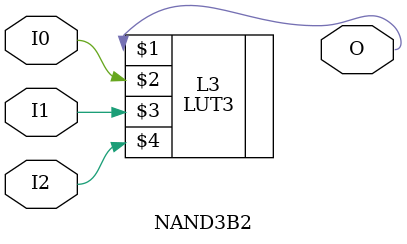
<source format=v>


`timescale  1 ps / 1 ps


module NAND3B2 (O, I0, I1, I2);

    output O;

    input  I0, I1, I2;

    LUT3 #(.INIT(8'hEF)) L3 (O, I0, I1, I2);

endmodule

</source>
